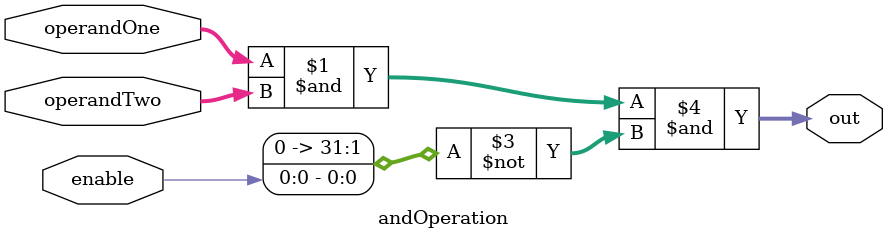
<source format=sv>
module andOperation (out, operandOne, operandTwo, enable);
// Enable: LOW TRUE
	input [31:0] operandOne, operandTwo;
	input enable;
	output [31:0] out;
	assign out = ( operandOne & operandTwo ) & ( ~enable );

endmodule
 


</source>
